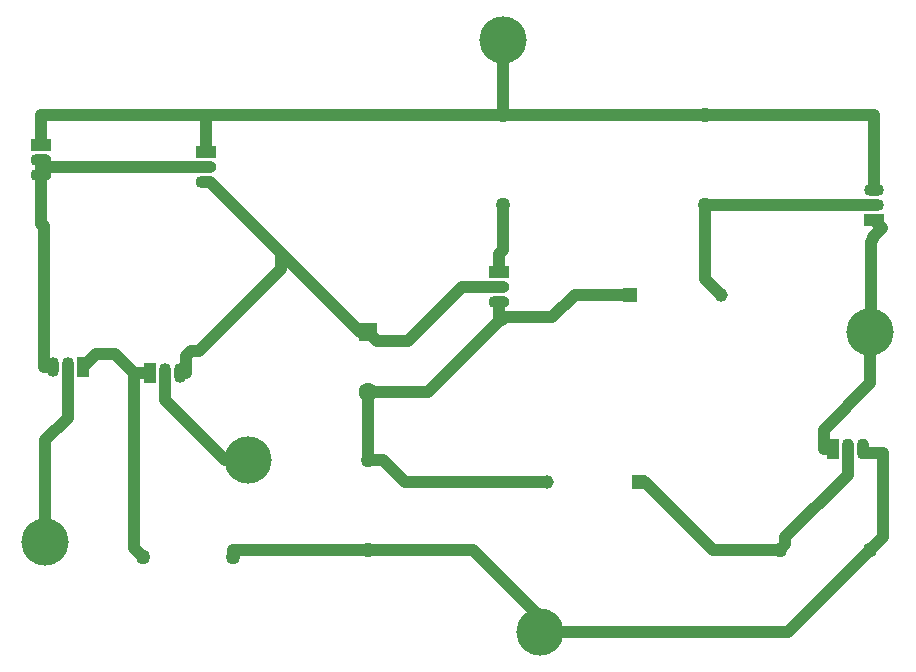
<source format=gbr>
G04 DipTrace 4.1.3.1*
G04 AtasTugrulBottom.gbr*
%MOIN*%
G04 #@! TF.FileFunction,Copper,L2,Bot*
G04 #@! TF.Part,Single*
G04 #@! TA.AperFunction,Conductor*
%ADD14C,0.04*%
G04 #@! TA.AperFunction,ComponentPad*
%ADD15C,0.062992*%
%ADD16R,0.062992X0.062992*%
%ADD17R,0.045276X0.045276*%
%ADD18C,0.045276*%
%ADD19C,0.15748*%
%ADD20R,0.070157X0.041811*%
%ADD21O,0.070157X0.041811*%
%ADD22R,0.041339X0.065748*%
%ADD23O,0.041339X0.065748*%
%ADD24R,0.065748X0.041339*%
%ADD25O,0.065748X0.041339*%
%ADD26R,0.041811X0.070157*%
%ADD27O,0.041811X0.070157*%
%ADD28C,0.05*%
%ADD29C,0.05*%
%FSLAX26Y26*%
G04*
G70*
G90*
G75*
G01*
G04 Bottom*
%LPD*%
X986358Y1850000D2*
G54D14*
Y1975000D1*
X436358D1*
Y1875000D1*
X1975000Y1975000D2*
X986358D1*
X1975000Y2225000D2*
Y1975000D1*
X2650000D2*
X1975000D1*
X3210780Y1725000D2*
Y1975000D1*
X2650000D1*
X1961358Y1400000D2*
X1840000D1*
X1660000Y1220000D1*
X1555000D1*
X1525000Y1250000D1*
X986358Y1750000D2*
X999819D1*
X1234909Y1514909D1*
X1499819Y1250000D1*
X1525000D1*
X900000Y1114220D2*
X920000D1*
Y1170000D1*
X936550Y1186550D1*
X961550D1*
X1234909Y1459909D1*
Y1514909D1*
X436358Y1775000D2*
Y1825000D1*
X986358Y1800000D2*
X436358D1*
Y1825000D1*
X475000Y1135780D2*
X444331D1*
Y1604331D1*
X436358Y1612303D1*
Y1775000D1*
X800000Y1114228D2*
X746234D1*
X681318Y1179144D1*
X618373D1*
X575000Y1135772D1*
X775000Y500000D2*
X743804Y531196D1*
Y1114228D1*
X800000D1*
X450000Y550000D2*
Y890000D1*
X525000Y965000D1*
Y1135770D1*
X850000Y1114230D2*
Y1023688D1*
X1048688Y825000D1*
X1125000D1*
X1525000D2*
Y1050000D1*
X2122638Y750394D2*
X1649606D1*
X1575000Y825000D1*
X1525000D1*
X1961358Y1350000D2*
Y1286864D1*
X1724495Y1050000D1*
X1525000D1*
X2397244Y1375000D2*
X2215000D1*
X2140000Y1300000D1*
X1978457D1*
X1970304Y1291848D1*
X1963066D1*
Y1322563D1*
X1961358D1*
Y1350000D1*
X2900000Y525000D2*
X2675000D1*
X2449606Y750394D1*
X2428150D1*
X3125000Y861358D2*
Y776102D1*
X2915349Y566451D1*
Y544073D1*
X2900451Y529176D1*
Y524549D1*
X2900000Y525000D1*
X1975000Y1675000D2*
Y1525182D1*
X1961358Y1511541D1*
Y1450000D1*
X2650000Y1675000D2*
Y1427756D1*
X2702756Y1375000D1*
X3210770Y1675000D2*
X2650000D1*
X3200000Y525000D2*
X3242245Y567245D1*
Y849379D1*
X3175000D1*
Y861358D1*
X2100000Y250000D2*
X2925000D1*
X3200000Y525000D1*
X1525000D2*
X1875000D1*
X2100000Y300000D1*
Y250000D1*
X1075000Y500000D2*
Y525000D1*
X1525000D1*
X3200000Y1250000D2*
X3200291D1*
Y1550996D1*
X3209699Y1560404D1*
Y1566720D1*
X3239375Y1596396D1*
X3210772Y1625000D1*
X3075000Y861358D2*
X3044094D1*
Y924094D1*
X3200000Y1080000D1*
Y1250000D1*
G54D15*
X1525000Y1050000D3*
G54D16*
Y1250000D3*
G54D17*
X2397244Y1375000D3*
G54D18*
X2702756D3*
G54D17*
X2428150Y750394D3*
G54D18*
X2122638D3*
G54D19*
X1125000Y825000D3*
G54D20*
X436358Y1875000D3*
G54D21*
Y1825000D3*
Y1775000D3*
G54D20*
X986358Y1850000D3*
G54D21*
Y1800000D3*
Y1750000D3*
G54D22*
X575000Y1135772D3*
G54D23*
X525000Y1135770D3*
X475000Y1135780D3*
G54D22*
X800000Y1114228D3*
G54D23*
X850000Y1114230D3*
X900000Y1114220D3*
G54D20*
X1961358Y1450000D3*
G54D21*
Y1400000D3*
Y1350000D3*
G54D24*
X3210772Y1625000D3*
G54D25*
X3210770Y1675000D3*
X3210780Y1725000D3*
G54D26*
X3075000Y861358D3*
G54D27*
X3125000D3*
X3175000D3*
G54D28*
X775000Y500000D3*
G54D29*
X1075000D3*
G54D28*
X1975000Y1975000D3*
G54D29*
Y1675000D3*
G54D28*
X1525000Y825000D3*
G54D29*
Y525000D3*
G54D28*
X2650000Y1975000D3*
G54D29*
Y1675000D3*
G54D28*
X2900000Y525000D3*
G54D29*
X3200000D3*
G54D19*
X2100000Y250000D3*
X450000Y550000D3*
X3200000Y1250000D3*
X1975000Y2225000D3*
M02*

</source>
